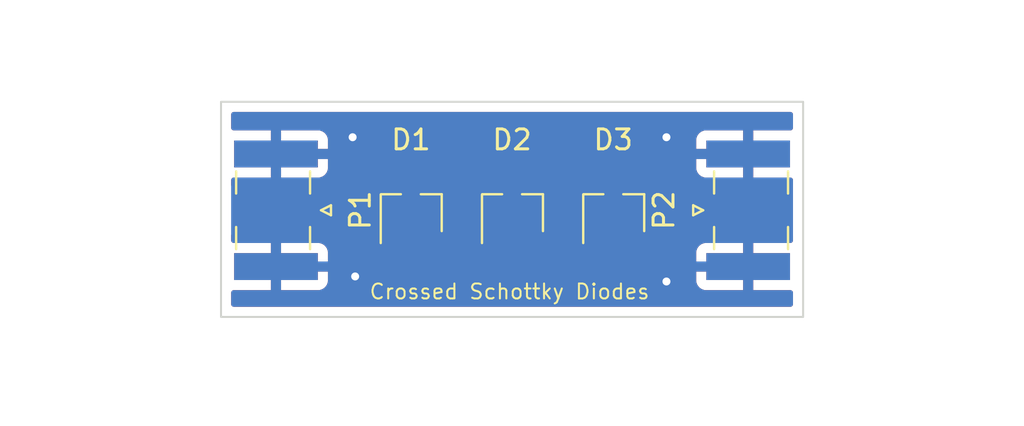
<source format=kicad_pcb>
(kicad_pcb (version 20211014) (generator pcbnew)
  (layers (0 "F.Cu" signal) (31 "B.Cu" signal) (34 "B.Paste" user) (35 "F.Paste" user) (36 "B.SilkS" user "B.Silkscreen") (37 "F.SilkS" user "F.Silkscreen") (38 "B.Mask" user) (39 "F.Mask" user) (44 "Edge.Cuts" user))
  (net 0 "")
  (net 1 "GND")
  (net 2 "Net-(P2-Pad1)")
  (footprint "Package_TO_SOT_SMD:TSOT-23_HandSoldering" (layer "F.Cu") (at 153.67 98.298 90)
    (fp_text reference "D3" (at 3.683 -0.005 180) (layer "F.SilkS"))
    (fp_text value "D_Schottky_Dual_Series_AKC")
    (fp_line (start 0.95 1.55) (end -0.9 1.55) (layer "F.SilkS") (width 0.12))
    (fp_line (start 0.95 0.5) (end 0.95 1.55) (layer "F.SilkS") (width 0.12))
    (fp_line (start 0.93 -1.51) (end -1.5 -1.51) (layer "F.SilkS") (width 0.12))
    (fp_line (start 0.95 -1.5) (end 0.95 -0.5) (layer "F.SilkS") (width 0.12))
    (pad "1" smd rect (at -1.71 -0.95 90) (size 2 0.65) (layers "F.Cu" "F.Paste" "F.Mask") (net 1 "GND"))
    (pad "2" smd rect (at -1.71 0.95 90) (size 2 0.65) (layers "F.Cu" "F.Paste" "F.Mask") (net 1 "GND"))
    (pad "D3" smd rect (at 1.71 0 90) (size 2 0.65) (layers "F.Cu" "F.Paste" "F.Mask") (net 2 "Net-(P2-Pad1)"))
  )
  (footprint "Package_TO_SOT_SMD:TSOT-23_HandSoldering" (layer "F.Cu") (at 143.51 98.298 90)
    (fp_text reference "D1" (at 3.683 0.005 180) (layer "F.SilkS"))
    (fp_text value "D_Schottky_Dual_Series_AKC")
    (fp_line (start 0.95 1.55) (end -0.9 1.55) (layer "F.SilkS") (width 0.12))
    (fp_line (start 0.93 -1.51) (end -1.5 -1.51) (layer "F.SilkS") (width 0.12))
    (fp_line (start 0.95 -1.5) (end 0.95 -0.5) (layer "F.SilkS") (width 0.12))
    (fp_line (start 0.95 0.5) (end 0.95 1.55) (layer "F.SilkS") (width 0.12))
    (pad "1" smd rect (at -1.71 -0.95 90) (size 2 0.65) (layers "F.Cu" "F.Paste" "F.Mask") (net 1 "GND"))
    (pad "2" smd rect (at -1.71 0.95 90) (size 2 0.65) (layers "F.Cu" "F.Paste" "F.Mask") (net 1 "GND"))
    (pad "3" smd rect (at 1.71 0 90) (size 2 0.65) (layers "F.Cu" "F.Paste" "F.Mask") (net 2 "Net-(P2-Pad1)"))
  )
  (footprint "Package_TO_SOT_SMD:TSOT-23_HandSoldering" (layer "F.Cu") (at 148.59 98.298 90)
    (fp_text reference "D2" (at 3.683 0 180) (layer "F.SilkS"))
    (fp_text value "D_Schottky_Dual_Series_AKC")
    (fp_line (start 0.95 -1.5) (end 0.95 -0.5) (layer "F.SilkS") (width 0.12))
    (fp_line (start 0.95 1.55) (end -0.9 1.55) (layer "F.SilkS") (width 0.12))
    (fp_line (start 0.93 -1.51) (end -1.5 -1.51) (layer "F.SilkS") (width 0.12))
    (fp_line (start 0.95 0.5) (end 0.95 1.55) (layer "F.SilkS") (width 0.12))
    (pad "1" smd rect (at -1.71 -0.95 90) (size 2 0.65) (layers "F.Cu" "F.Paste" "F.Mask") (net 1 "GND"))
    (pad "2" smd rect (at -1.71 0.95 90) (size 2 0.65) (layers "F.Cu" "F.Paste" "F.Mask") (net 1 "GND"))
    (pad "3" smd rect (at 1.71 0 90) (size 2 0.65) (layers "F.Cu" "F.Paste" "F.Mask") (net 2 "Net-(P2-Pad1)"))
  )
  (footprint "Connector_Coaxial:SMA_Samtec_SMA-J-P-X-ST-EM1_EdgeMount" (layer "F.Cu") (at 136.7425 98.1527 -90)
    (fp_text reference "P1" (at 0 -4.2275 90) (layer "F.SilkS"))
    (fp_text value "Conn_Coaxial")
    (fp_line (start -0.25 -2.76) (end 0 -2.26) (layer "F.SilkS") (width 0.12))
    (fp_line (start 0.84 -1.71) (end 1.95 -1.71) (layer "F.SilkS") (width 0.12))
    (fp_line (start -1.95 2) (end -0.84 2) (layer "F.SilkS") (width 0.12))
    (fp_line (start 0.84 2) (end 1.95 2) (layer "F.SilkS") (width 0.12))
    (fp_line (start 0 -2.26) (end 0.25 -2.76) (layer "F.SilkS") (width 0.12))
    (fp_line (start -1.95 -1.71) (end -0.84 -1.71) (layer "F.SilkS") (width 0.12))
    (fp_line (start 0.25 -2.76) (end -0.25 -2.76) (layer "F.SilkS") (width 0.12))
    (pad "1" smd rect (at 0 0.2 270) (size 1.27 3.6) (layers "F.Cu" "F.Paste" "F.Mask") (net 2 "Net-(P2-Pad1)"))
    (pad "2" smd rect (at 2.825 0 270) (size 1.35 4.2) (layers "B.Cu" "B.Paste" "B.Mask") (net 1 "GND"))
    (pad "2" smd rect (at -2.825 0 270) (size 1.35 4.2) (layers "B.Cu" "B.Paste" "B.Mask") (net 1 "GND"))
    (pad "2" smd rect (at -2.825 0 270) (size 1.35 4.2) (layers "F.Cu" "F.Paste" "F.Mask") (net 1 "GND"))
    (pad "2" smd rect (at 2.825 0 270) (size 1.35 4.2) (layers "F.Cu" "F.Paste" "F.Mask") (net 1 "GND"))
  )
  (footprint "Connector_Coaxial:SMA_Samtec_SMA-J-P-X-ST-EM1_EdgeMount" (layer "F.Cu") (at 160.4375 98.1527 90)
    (fp_text reference "P2" (at 0 -4.2275 90) (layer "F.SilkS"))
    (fp_text value "Conn_Coaxial")
    (fp_line (start 0 -2.26) (end 0.25 -2.76) (layer "F.SilkS") (width 0.12))
    (fp_line (start -1.95 2) (end -0.84 2) (layer "F.SilkS") (width 0.12))
    (fp_line (start -0.25 -2.76) (end 0 -2.26) (layer "F.SilkS") (width 0.12))
    (fp_line (start 0.84 -1.71) (end 1.95 -1.71) (layer "F.SilkS") (width 0.12))
    (fp_line (start 0.25 -2.76) (end -0.25 -2.76) (layer "F.SilkS") (width 0.12))
    (fp_line (start -1.95 -1.71) (end -0.84 -1.71) (layer "F.SilkS") (width 0.12))
    (fp_line (start 0.84 2) (end 1.95 2) (layer "F.SilkS") (width 0.12))
    (pad "1" smd rect (at 0 0.2 90) (size 1.27 3.6) (layers "F.Cu" "F.Paste" "F.Mask") (net 2 "Net-(P2-Pad1)"))
    (pad "2" smd rect (at -2.825 0 90) (size 1.35 4.2) (layers "F.Cu" "F.Paste" "F.Mask") (net 1 "GND"))
    (pad "2" smd rect (at 2.825 0 90) (size 1.35 4.2) (layers "F.Cu" "F.Paste" "F.Mask") (net 1 "GND"))
    (pad "2" smd rect (at 2.825 0 90) (size 1.35 4.2) (layers "B.Cu" "B.Paste" "B.Mask") (net 1 "GND"))
    (pad "2" smd rect (at -2.825 0 90) (size 1.35 4.2) (layers "B.Cu" "B.Paste" "B.Mask") (net 1 "GND"))
  )
  (gr_rect (start 133.985 92.71) (end 163.195 103.505) (layer "Edge.Cuts") (width 0.1) (fill none))
  (gr_text "Crossed Schottky Diodes" (at 148.463 102.235) (layer "F.SilkS") (effects (font (size 0.75 0.75) (thickness 0.1))))
  (via (at 140.716 101.473) (size 0.8) (drill 0.4) (layers "F.Cu" "B.Cu") (net 1))
  (via (at 140.589 94.488) (size 0.8) (drill 0.4) (layers "F.Cu" "B.Cu") (net 1))
  (via (at 156.337 101.727) (size 0.8) (drill 0.4) (layers "F.Cu" "B.Cu") (net 1))
  (via (at 156.337 94.488) (size 0.8) (drill 0.4) (layers "F.Cu" "B.Cu") (net 1))
  (segment (start 143.51 96.588) (end 148.59 96.588) (width 1.066) (layer "F.Cu") (net 2))
  (segment (start 139.8778 98.1456) (end 141.4354 96.588) (width 1.066) (layer "F.Cu") (net 2))
  (segment (start 136.5425 98.1527) (end 137.8895 98.1527) (width 1.066) (layer "F.Cu") (net 2))
  (segment (start 155.4398 96.588) (end 157.0045 98.1527) (width 1.066) (layer "F.Cu") (net 2))
  (segment (start 141.4354 96.588) (end 143.51 96.588) (width 1.066) (layer "F.Cu") (net 2))
  (segment (start 153.67 96.588) (end 155.4398 96.588) (width 1.066) (layer "F.Cu") (net 2))
  (segment (start 137.8895 98.1527) (end 137.8966 98.1456) (width 1.066) (layer "F.Cu") (net 2))
  (segment (start 157.0045 98.1527) (end 160.6375 98.1527) (width 1.066) (layer "F.Cu") (net 2))
  (segment (start 148.59 96.588) (end 153.67 96.588) (width 1.066) (layer "F.Cu") (net 2))
  (segment (start 137.8966 98.1456) (end 139.8778 98.1456) (width 1.066) (layer "F.Cu") (net 2))
  (zone (net 1) (net_name "GND") (layer "F.Cu") (connect_pads (clearance 0.508)) (min_thickness 0.254) (fill yes (thermal_gap 0.508) (thermal_bridge_width 0.508))
    (polygon (pts (xy 162.941 103.251) (xy 134.239 103.251) (xy 134.239 92.964) (xy 162.941 92.964)))
  )
  (zone (net 1) (net_name "GND") (layer "B.Cu") (connect_pads (clearance 0.508)) (min_thickness 0.254) (fill yes (thermal_gap 0.508) (thermal_bridge_width 0.508))
    (polygon (pts (xy 162.941 103.251) (xy 134.239 103.251) (xy 134.239 92.964) (xy 162.941 92.964)))
  )
)
</source>
